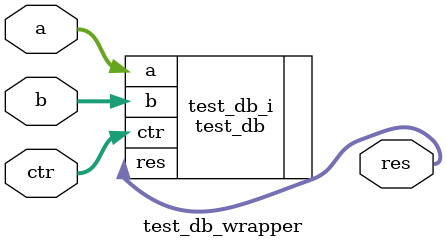
<source format=v>
`timescale 1 ps / 1 ps

module test_db_wrapper
   (a,
    b,
    ctr,
    res);
  input [31:0]a;
  input [31:0]b;
  input [3:0]ctr;
  output [31:0]res;

  wire [31:0]a;
  wire [31:0]b;
  wire [3:0]ctr;
  wire [31:0]res;

  test_db test_db_i
       (.a(a),
        .b(b),
        .ctr(ctr),
        .res(res));
endmodule

</source>
